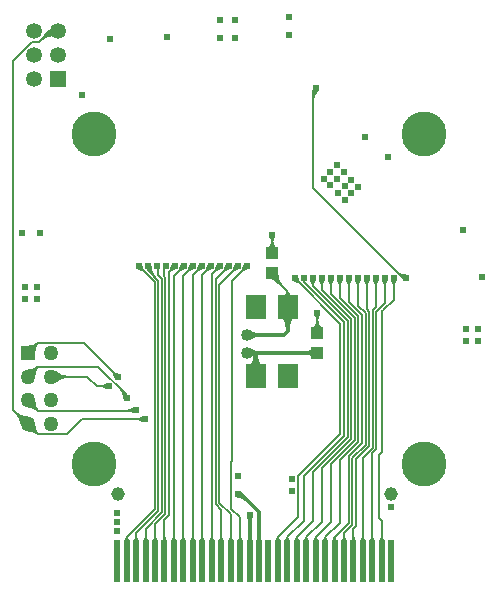
<source format=gbl>
%FSLAX24Y24*%
%MOIN*%
G70*
G01*
G75*
G04 Layer_Physical_Order=4*
G04 Layer_Color=16711680*
%ADD10C,0.0140*%
%ADD11C,0.0060*%
%ADD12C,0.0100*%
%ADD13C,0.0160*%
G04:AMPARAMS|DCode=14|XSize=39.4mil|YSize=43.3mil|CornerRadius=0mil|HoleSize=0mil|Usage=FLASHONLY|Rotation=45.000|XOffset=0mil|YOffset=0mil|HoleType=Round|Shape=Rectangle|*
%AMROTATEDRECTD14*
4,1,4,0.0014,-0.0292,-0.0292,0.0014,-0.0014,0.0292,0.0292,-0.0014,0.0014,-0.0292,0.0*
%
%ADD14ROTATEDRECTD14*%

%ADD15R,0.0433X0.0394*%
%ADD16R,0.0394X0.0433*%
G04:AMPARAMS|DCode=17|XSize=31.5mil|YSize=74.8mil|CornerRadius=0mil|HoleSize=0mil|Usage=FLASHONLY|Rotation=45.000|XOffset=0mil|YOffset=0mil|HoleType=Round|Shape=Round|*
%AMOVALD17*
21,1,0.0433,0.0315,0.0000,0.0000,135.0*
1,1,0.0315,0.0153,-0.0153*
1,1,0.0315,-0.0153,0.0153*
%
%ADD17OVALD17*%

G04:AMPARAMS|DCode=18|XSize=31.5mil|YSize=74.8mil|CornerRadius=0mil|HoleSize=0mil|Usage=FLASHONLY|Rotation=135.000|XOffset=0mil|YOffset=0mil|HoleType=Round|Shape=Round|*
%AMOVALD18*
21,1,0.0433,0.0315,0.0000,0.0000,225.0*
1,1,0.0315,0.0153,0.0153*
1,1,0.0315,-0.0153,-0.0153*
%
%ADD18OVALD18*%

%ADD19R,0.0400X0.1000*%
%ADD20R,0.0197X0.1417*%
%ADD21R,0.0571X0.0276*%
%ADD22C,0.0460*%
%ADD23R,0.0500X0.0500*%
%ADD24C,0.0500*%
%ADD25C,0.0530*%
%ADD26R,0.0530X0.0530*%
%ADD27C,0.0240*%
%ADD28C,0.1500*%
%ADD29C,0.0400*%
%ADD30C,0.0400*%
G04:AMPARAMS|DCode=31|XSize=69mil|YSize=69mil|CornerRadius=0mil|HoleSize=0mil|Usage=FLASHONLY|Rotation=0.000|XOffset=0mil|YOffset=0mil|HoleType=Round|Shape=Relief|Width=8mil|Gap=10mil|Entries=4|*
%AMTHD31*
7,0,0,0.0690,0.0490,0.0080,45*
%
%ADD31THD31*%
%ADD32C,0.0570*%
G04:AMPARAMS|DCode=33|XSize=72.992mil|YSize=72.992mil|CornerRadius=0mil|HoleSize=0mil|Usage=FLASHONLY|Rotation=0.000|XOffset=0mil|YOffset=0mil|HoleType=Round|Shape=Relief|Width=8mil|Gap=10mil|Entries=4|*
%AMTHD33*
7,0,0,0.0730,0.0530,0.0080,45*
%
%ADD33THD33*%
%ADD34C,0.0594*%
G04:AMPARAMS|DCode=35|XSize=75.433mil|YSize=75.433mil|CornerRadius=0mil|HoleSize=0mil|Usage=FLASHONLY|Rotation=0.000|XOffset=0mil|YOffset=0mil|HoleType=Round|Shape=Relief|Width=8mil|Gap=10mil|Entries=4|*
%AMTHD35*
7,0,0,0.0754,0.0554,0.0080,45*
%
%ADD35THD35*%
%ADD36C,0.0320*%
%ADD37C,0.0440*%
%ADD38R,0.0669X0.0827*%
D10*
X5192Y4392D02*
G03*
X5414Y4300I222J222D01*
G01*
D02*
G03*
X5192Y4208I0J-314D01*
G01*
X5214Y3800D02*
G03*
X5400Y3715I186J161D01*
G01*
D02*
G03*
X5214Y3630I0J-247D01*
G01*
X5228Y-1743D02*
G03*
X5193Y-1828I85J-85D01*
G01*
D02*
G03*
X5157Y-1743I-121J0D01*
G01*
X5056Y-1156D02*
G03*
X4800Y-1050I-256J-256D01*
G01*
X6650Y4984D02*
G03*
X6463Y4532I452J-452D01*
G01*
D02*
G03*
X6276Y4984I-639J0D01*
G01*
X5213Y3193D02*
G03*
X5400Y3645I-452J452D01*
G01*
D02*
G03*
X5587Y3193I639J0D01*
G01*
X7360Y3626D02*
G03*
X7144Y3715I-217J-217D01*
G01*
D02*
G03*
X7360Y3805I0J306D01*
G01*
X5192Y4392D02*
G03*
X5414Y4300I222J222D01*
G01*
D02*
G03*
X5192Y4208I0J-314D01*
G01*
X5214Y3800D02*
G03*
X5400Y3715I186J161D01*
G01*
D02*
G03*
X5214Y3630I0J-247D01*
G01*
X5228Y-1743D02*
G03*
X5193Y-1828I85J-85D01*
G01*
D02*
G03*
X5157Y-1743I-121J0D01*
G01*
X5056Y-1156D02*
G03*
X4800Y-1050I-256J-256D01*
G01*
X6650Y4984D02*
G03*
X6463Y4532I452J-452D01*
G01*
D02*
G03*
X6276Y4984I-639J0D01*
G01*
X5213Y3193D02*
G03*
X5400Y3645I-452J452D01*
G01*
D02*
G03*
X5587Y3193I639J0D01*
G01*
X7360Y3626D02*
G03*
X7144Y3715I-217J-217D01*
G01*
D02*
G03*
X7360Y3805I0J306D01*
G01*
X5193Y-1828D02*
G03*
X5157Y-1743I-121J0D01*
G01*
X5228D02*
G03*
X5193Y-1828I85J-85D01*
G01*
X5056Y-1156D02*
G03*
X4800Y-1050I-256J-256D01*
G01*
X6463Y4532D02*
G03*
X6276Y4984I-639J0D01*
G01*
X6650D02*
G03*
X6463Y4532I452J-452D01*
G01*
X5400Y3645D02*
G03*
X5587Y3193I639J0D01*
G01*
X5213D02*
G03*
X5400Y3645I-452J452D01*
G01*
X7144Y3715D02*
G03*
X7360Y3805I0J306D01*
G01*
Y3626D02*
G03*
X7144Y3715I-217J-217D01*
G01*
X5414Y4300D02*
G03*
X5192Y4208I0J-314D01*
G01*
Y4392D02*
G03*
X5414Y4300I222J222D01*
G01*
X5400Y3715D02*
G03*
X5214Y3630I0J-247D01*
G01*
Y3800D02*
G03*
X5400Y3715I186J161D01*
G01*
X5193Y-1828D02*
G03*
X5157Y-1743I-121J0D01*
G01*
X5228D02*
G03*
X5193Y-1828I85J-85D01*
G01*
X5056Y-1156D02*
G03*
X4800Y-1050I-256J-256D01*
G01*
X5193Y-3213D02*
Y-1707D01*
X4800Y-1000D02*
X4900D01*
X5507Y-1607D01*
Y-3213D02*
Y-1607D01*
X5400Y3715D02*
X7450D01*
X6463Y4437D02*
Y5250D01*
X6326Y4300D02*
X6463Y4437D01*
X5100Y4300D02*
X6326D01*
X5400Y2927D02*
Y3715D01*
X5115D02*
X5400D01*
D11*
X1590Y6600D02*
G03*
X1654Y6446I217J0D01*
G01*
X1654Y6446D02*
G03*
X1500Y6510I-154J-154D01*
G01*
X2700D02*
G03*
X2546Y6446I0J-217D01*
G01*
X2546Y6446D02*
G03*
X2610Y6600I-154J154D01*
G01*
X3000Y6510D02*
G03*
X2846Y6446I0J-217D01*
G01*
X2846Y6446D02*
G03*
X2910Y6600I-154J154D01*
G01*
X3300Y6510D02*
G03*
X3146Y6446I0J-217D01*
G01*
X3146Y6446D02*
G03*
X3210Y6600I-154J154D01*
G01*
X3600Y6510D02*
G03*
X3446Y6446I0J-217D01*
G01*
X3446Y6446D02*
G03*
X3510Y6600I-154J154D01*
G01*
X3900Y6510D02*
G03*
X3746Y6446I0J-217D01*
G01*
X3746Y6446D02*
G03*
X3810Y6600I-154J154D01*
G01*
X4200Y6510D02*
G03*
X4046Y6446I0J-217D01*
G01*
X4046Y6446D02*
G03*
X4110Y6600I-154J154D01*
G01*
X4500Y6510D02*
G03*
X4346Y6446I0J-217D01*
G01*
X4346Y6446D02*
G03*
X4410Y6600I-154J154D01*
G01*
X4800Y6510D02*
G03*
X4646Y6446I0J-217D01*
G01*
X4646Y6446D02*
G03*
X4710Y6600I-154J154D01*
G01*
X5100Y6510D02*
G03*
X4946Y6446I0J-217D01*
G01*
X4946Y6446D02*
G03*
X5010Y6600I-154J154D01*
G01*
X6790Y6200D02*
G03*
X6854Y6046I217J0D01*
G01*
X6854Y6046D02*
G03*
X6700Y6110I-154J-154D01*
G01*
X7364Y6136D02*
G03*
X7300Y5983I154J-154D01*
G01*
D02*
G03*
X7236Y6136I-217J0D01*
G01*
X7664D02*
G03*
X7600Y5983I154J-154D01*
G01*
D02*
G03*
X7536Y6136I-217J0D01*
G01*
X7964D02*
G03*
X7900Y5983I154J-154D01*
G01*
D02*
G03*
X7836Y6136I-217J0D01*
G01*
X8264D02*
G03*
X8200Y5983I154J-154D01*
G01*
D02*
G03*
X8136Y6136I-217J0D01*
G01*
X8564D02*
G03*
X8500Y5983I154J-154D01*
G01*
D02*
G03*
X8436Y6136I-217J0D01*
G01*
X8864D02*
G03*
X8800Y5983I154J-154D01*
G01*
D02*
G03*
X8736Y6136I-217J0D01*
G01*
X9164D02*
G03*
X9100Y5983I154J-154D01*
G01*
D02*
G03*
X9036Y6136I-217J0D01*
G01*
X9464D02*
G03*
X9400Y5983I154J-154D01*
G01*
D02*
G03*
X9336Y6136I-217J0D01*
G01*
X9764D02*
G03*
X9700Y5983I154J-154D01*
G01*
D02*
G03*
X9636Y6136I-217J0D01*
G01*
X10064D02*
G03*
X10000Y5983I154J-154D01*
G01*
D02*
G03*
X9936Y6136I-217J0D01*
G01*
X436Y2536D02*
G03*
X283Y2600I-154J-154D01*
G01*
D02*
G03*
X436Y2664I0J217D01*
G01*
X1636Y1436D02*
G03*
X1483Y1500I-154J-154D01*
G01*
D02*
G03*
X1636Y1564I0J217D01*
G01*
X1336Y1736D02*
G03*
X1218Y1785I-118J-118D01*
G01*
X1147D02*
G03*
X1336Y1864I0J268D01*
G01*
X1130Y2200D02*
G03*
X1081Y2319I-169J0D01*
G01*
X1070Y2200D02*
G03*
X978Y2422I-314J0D01*
G01*
X1010Y2200D02*
G03*
X876Y2524I-459J0D01*
G01*
X710Y2900D02*
G03*
X646Y3054I-217J0D01*
G01*
X646Y3054D02*
G03*
X800Y2990I154J154D01*
G01*
X7514Y4986D02*
G03*
X7450Y4833I154J-154D01*
G01*
D02*
G03*
X7386Y4986I-217J0D01*
G01*
X6014Y7586D02*
G03*
X5950Y7433I154J-154D01*
G01*
D02*
G03*
X5886Y7586I-217J0D01*
G01*
X7379Y12548D02*
G03*
X7300Y12358I190J-190D01*
G01*
X7421Y12506D02*
G03*
X7300Y12213I293J-293D01*
G01*
X7464Y12463D02*
G03*
X7300Y12068I395J-395D01*
G01*
X10280Y6219D02*
G03*
X10400Y6170I120J120D01*
G01*
X10178Y6322D02*
G03*
X10400Y6230I222J222D01*
G01*
X10076Y6424D02*
G03*
X10400Y6290I324J324D01*
G01*
X1770Y6600D02*
G03*
X1841Y6429I242J0D01*
G01*
X1830Y6600D02*
G03*
X1943Y6326I387J0D01*
G01*
X1890Y6600D02*
G03*
X2046Y6224I532J0D01*
G01*
X6376Y5621D02*
G03*
X6463Y5737I-35J116D01*
G01*
D02*
G03*
X6550Y5621I121J0D01*
G01*
X1050Y-2553D02*
G03*
X1098Y-2440I-111J113D01*
G01*
D02*
G03*
X1146Y-2553I158J0D01*
G01*
X1680Y-2554D02*
G03*
X1728Y-2437I-117J117D01*
G01*
D02*
G03*
X1776Y-2554I165J0D01*
G01*
X1365D02*
G03*
X1413Y-2437I-117J117D01*
G01*
D02*
G03*
X1461Y-2554I165J0D01*
G01*
X1995D02*
G03*
X2043Y-2437I-117J117D01*
G01*
D02*
G03*
X2091Y-2554I165J0D01*
G01*
X9554D02*
G03*
X9602Y-2437I-117J117D01*
G01*
D02*
G03*
X9650Y-2554I165J0D01*
G01*
X8924D02*
G03*
X8972Y-2437I-117J117D01*
G01*
D02*
G03*
X9020Y-2554I165J0D01*
G01*
X9239D02*
G03*
X9287Y-2437I-117J117D01*
G01*
D02*
G03*
X9335Y-2554I165J0D01*
G01*
X8294D02*
G03*
X8342Y-2437I-117J117D01*
G01*
D02*
G03*
X8391Y-2554I165J0D01*
G01*
X8609D02*
G03*
X8657Y-2437I-117J117D01*
G01*
D02*
G03*
X8705Y-2554I165J0D01*
G01*
X7979Y-2553D02*
G03*
X8027Y-2440I-111J113D01*
G01*
D02*
G03*
X8075Y-2553I158J0D01*
G01*
X6405D02*
G03*
X6452Y-2440I-111J113D01*
G01*
D02*
G03*
X6500Y-2553I158J0D01*
G01*
X6090D02*
G03*
X6137Y-2440I-111J113D01*
G01*
D02*
G03*
X6185Y-2553I158J0D01*
G01*
X7035D02*
G03*
X7082Y-2440I-111J113D01*
G01*
D02*
G03*
X7130Y-2553I158J0D01*
G01*
X6720D02*
G03*
X6767Y-2440I-111J113D01*
G01*
D02*
G03*
X6815Y-2553I158J0D01*
G01*
X7349D02*
G03*
X7397Y-2440I-111J113D01*
G01*
D02*
G03*
X7445Y-2553I158J0D01*
G01*
X7664D02*
G03*
X7712Y-2440I-111J113D01*
G01*
D02*
G03*
X7760Y-2553I158J0D01*
G01*
X4514Y-2554D02*
G03*
X4563Y-2437I-117J117D01*
G01*
D02*
G03*
X4611Y-2554I165J0D01*
G01*
X4199D02*
G03*
X4248Y-2437I-117J117D01*
G01*
D02*
G03*
X4296Y-2554I165J0D01*
G01*
X4829D02*
G03*
X4878Y-2437I-117J117D01*
G01*
D02*
G03*
X4926Y-2554I165J0D01*
G01*
X2624D02*
G03*
X2673Y-2437I-117J117D01*
G01*
D02*
G03*
X2721Y-2554I165J0D01*
G01*
X2309D02*
G03*
X2358Y-2437I-117J117D01*
G01*
D02*
G03*
X2406Y-2554I165J0D01*
G01*
X3254D02*
G03*
X3303Y-2437I-117J117D01*
G01*
D02*
G03*
X3351Y-2554I165J0D01*
G01*
X2939D02*
G03*
X2988Y-2437I-117J117D01*
G01*
D02*
G03*
X3036Y-2554I165J0D01*
G01*
X3569D02*
G03*
X3618Y-2437I-117J117D01*
G01*
D02*
G03*
X3666Y-2554I165J0D01*
G01*
X3884D02*
G03*
X3933Y-2437I-117J117D01*
G01*
D02*
G03*
X3981Y-2554I165J0D01*
G01*
X5997Y6346D02*
G03*
X6098Y6102I344J0D01*
G01*
X6057Y6346D02*
G03*
X6200Y6000I489J0D01*
G01*
X6117Y6346D02*
G03*
X6302Y5898I634J0D01*
G01*
X6072Y6129D02*
G03*
X5950Y6179I-121J-121D01*
G01*
X5874Y7130D02*
G03*
X5950Y7312I-182J182D01*
G01*
X5832Y7172D02*
G03*
X5950Y7457I-285J285D01*
G01*
Y7312D02*
G03*
X6026Y7130I258J0D01*
G01*
X5950Y7457D02*
G03*
X6068Y7172I403J0D01*
G01*
X7374Y4480D02*
G03*
X7450Y4662I-182J182D01*
G01*
X7332Y4522D02*
G03*
X7450Y4807I-285J285D01*
G01*
Y4662D02*
G03*
X7526Y4480I258J0D01*
G01*
X7450Y4807D02*
G03*
X7568Y4522I403J0D01*
G01*
X-1193Y14489D02*
G03*
X-1543Y14367I-48J-425D01*
G01*
X-1199Y14430D02*
G03*
X-1631Y14279I-60J-523D01*
G01*
X-1206Y14370D02*
G03*
X-1719Y14191I-71J-621D01*
G01*
X-1213Y14311D02*
G03*
X-1807Y14103I-82J-720D01*
G01*
X-2360Y1338D02*
G03*
X-2446Y1546I-295J0D01*
G01*
X-2420Y1338D02*
G03*
X-2549Y1649I-440J0D01*
G01*
X-2435Y1535D02*
G03*
X-2200Y1438I235J235D01*
G01*
X-2538Y1638D02*
G03*
X-2200Y1498I338J338D01*
G01*
X-2640Y1740D02*
G03*
X-2200Y1558I440J440D01*
G01*
X-2040Y1326D02*
G03*
X-1953Y1091I301J-22D01*
G01*
X-1981Y1322D02*
G03*
X-1860Y998I414J-30D01*
G01*
X-1953Y1091D02*
G03*
X-2188Y1178I-214J-214D01*
G01*
X-1860Y998D02*
G03*
X-2184Y1118I-294J-294D01*
G01*
X-2040Y2114D02*
G03*
X-1953Y1878I301J-22D01*
G01*
X-1981Y2109D02*
G03*
X-1860Y1785I414J-30D01*
G01*
X-1953Y1878D02*
G03*
X-2188Y1966I-214J-214D01*
G01*
X-1860Y1785D02*
G03*
X-2184Y1906I-294J-294D01*
G01*
X-1299Y3026D02*
G03*
X-1026Y2913I273J273D01*
G01*
X-1257Y3068D02*
G03*
X-881Y2913I376J376D01*
G01*
X-1026D02*
G03*
X-1299Y2799I0J-386D01*
G01*
X-881Y2913D02*
G03*
X-1257Y2757I0J-531D01*
G01*
X-2188Y3072D02*
G03*
X-1953Y3160I22J301D01*
G01*
X-2184Y3132D02*
G03*
X-1860Y3253I30J414D01*
G01*
X-1953Y3160D02*
G03*
X-2040Y2924I214J-214D01*
G01*
X-1860Y3253D02*
G03*
X-1981Y2929I294J-294D01*
G01*
X-2188Y3860D02*
G03*
X-1953Y3947I22J301D01*
G01*
X-2184Y3919D02*
G03*
X-1860Y4040I30J414D01*
G01*
X-1953Y3947D02*
G03*
X-2040Y3712I214J-214D01*
G01*
X-1860Y4040D02*
G03*
X-1981Y3716I294J-294D01*
G01*
X1590Y6600D02*
G03*
X1654Y6446I217J0D01*
G01*
X1654Y6446D02*
G03*
X1500Y6510I-154J-154D01*
G01*
X1770Y6600D02*
G03*
X1841Y6429I242J0D01*
G01*
X1830Y6600D02*
G03*
X1943Y6326I387J0D01*
G01*
X1890Y6600D02*
G03*
X2046Y6224I532J0D01*
G01*
X2700Y6510D02*
G03*
X2546Y6446I0J-217D01*
G01*
X2546Y6446D02*
G03*
X2610Y6600I-154J154D01*
G01*
X3000Y6510D02*
G03*
X2846Y6446I0J-217D01*
G01*
X2846Y6446D02*
G03*
X2910Y6600I-154J154D01*
G01*
X3300Y6510D02*
G03*
X3146Y6446I0J-217D01*
G01*
X3146Y6446D02*
G03*
X3210Y6600I-154J154D01*
G01*
X3600Y6510D02*
G03*
X3446Y6446I0J-217D01*
G01*
X3446Y6446D02*
G03*
X3510Y6600I-154J154D01*
G01*
X3900Y6510D02*
G03*
X3746Y6446I0J-217D01*
G01*
X3746Y6446D02*
G03*
X3810Y6600I-154J154D01*
G01*
X4200Y6510D02*
G03*
X4046Y6446I0J-217D01*
G01*
X4046Y6446D02*
G03*
X4110Y6600I-154J154D01*
G01*
X4500Y6510D02*
G03*
X4346Y6446I0J-217D01*
G01*
X4346Y6446D02*
G03*
X4410Y6600I-154J154D01*
G01*
X4800Y6510D02*
G03*
X4646Y6446I0J-217D01*
G01*
X4646Y6446D02*
G03*
X4710Y6600I-154J154D01*
G01*
X5100Y6510D02*
G03*
X4946Y6446I0J-217D01*
G01*
X4946Y6446D02*
G03*
X5010Y6600I-154J154D01*
G01*
X6790Y6200D02*
G03*
X6854Y6046I217J0D01*
G01*
X6854Y6046D02*
G03*
X6700Y6110I-154J-154D01*
G01*
X7364Y6136D02*
G03*
X7300Y5983I154J-154D01*
G01*
D02*
G03*
X7236Y6136I-217J0D01*
G01*
X7664D02*
G03*
X7600Y5983I154J-154D01*
G01*
D02*
G03*
X7536Y6136I-217J0D01*
G01*
X7964D02*
G03*
X7900Y5983I154J-154D01*
G01*
D02*
G03*
X7836Y6136I-217J0D01*
G01*
X8264D02*
G03*
X8200Y5983I154J-154D01*
G01*
D02*
G03*
X8136Y6136I-217J0D01*
G01*
X8564D02*
G03*
X8500Y5983I154J-154D01*
G01*
D02*
G03*
X8436Y6136I-217J0D01*
G01*
X8864D02*
G03*
X8800Y5983I154J-154D01*
G01*
D02*
G03*
X8736Y6136I-217J0D01*
G01*
X9164D02*
G03*
X9100Y5983I154J-154D01*
G01*
D02*
G03*
X9036Y6136I-217J0D01*
G01*
X9464D02*
G03*
X9400Y5983I154J-154D01*
G01*
D02*
G03*
X9336Y6136I-217J0D01*
G01*
X9764D02*
G03*
X9700Y5983I154J-154D01*
G01*
D02*
G03*
X9636Y6136I-217J0D01*
G01*
X10064D02*
G03*
X10000Y5983I154J-154D01*
G01*
D02*
G03*
X9936Y6136I-217J0D01*
G01*
X436Y2536D02*
G03*
X283Y2600I-154J-154D01*
G01*
D02*
G03*
X436Y2664I0J217D01*
G01*
X1636Y1436D02*
G03*
X1483Y1500I-154J-154D01*
G01*
D02*
G03*
X1636Y1564I0J217D01*
G01*
X1336Y1736D02*
G03*
X1218Y1785I-118J-118D01*
G01*
X1147D02*
G03*
X1336Y1864I0J268D01*
G01*
X1130Y2200D02*
G03*
X1081Y2319I-169J0D01*
G01*
X1070Y2200D02*
G03*
X978Y2422I-314J0D01*
G01*
X1010Y2200D02*
G03*
X876Y2524I-459J0D01*
G01*
X710Y2900D02*
G03*
X646Y3054I-217J0D01*
G01*
X646Y3054D02*
G03*
X800Y2990I154J154D01*
G01*
X7514Y4986D02*
G03*
X7450Y4833I154J-154D01*
G01*
D02*
G03*
X7386Y4986I-217J0D01*
G01*
X6014Y7586D02*
G03*
X5950Y7433I154J-154D01*
G01*
D02*
G03*
X5886Y7586I-217J0D01*
G01*
X10280Y6219D02*
G03*
X10400Y6170I120J120D01*
G01*
X10178Y6322D02*
G03*
X10400Y6230I222J222D01*
G01*
X10076Y6424D02*
G03*
X10400Y6290I324J324D01*
G01*
X6376Y5621D02*
G03*
X6463Y5737I-35J116D01*
G01*
D02*
G03*
X6550Y5621I121J0D01*
G01*
X1050Y-2553D02*
G03*
X1098Y-2440I-111J113D01*
G01*
D02*
G03*
X1146Y-2553I158J0D01*
G01*
X1680Y-2554D02*
G03*
X1728Y-2437I-117J117D01*
G01*
D02*
G03*
X1776Y-2554I165J0D01*
G01*
X1365D02*
G03*
X1413Y-2437I-117J117D01*
G01*
D02*
G03*
X1461Y-2554I165J0D01*
G01*
X1995D02*
G03*
X2043Y-2437I-117J117D01*
G01*
D02*
G03*
X2091Y-2554I165J0D01*
G01*
X9554D02*
G03*
X9602Y-2437I-117J117D01*
G01*
D02*
G03*
X9650Y-2554I165J0D01*
G01*
X8924D02*
G03*
X8972Y-2437I-117J117D01*
G01*
D02*
G03*
X9020Y-2554I165J0D01*
G01*
X9239D02*
G03*
X9287Y-2437I-117J117D01*
G01*
D02*
G03*
X9335Y-2554I165J0D01*
G01*
X8294D02*
G03*
X8342Y-2437I-117J117D01*
G01*
D02*
G03*
X8391Y-2554I165J0D01*
G01*
X8609D02*
G03*
X8657Y-2437I-117J117D01*
G01*
D02*
G03*
X8705Y-2554I165J0D01*
G01*
X7979Y-2553D02*
G03*
X8027Y-2440I-111J113D01*
G01*
D02*
G03*
X8075Y-2553I158J0D01*
G01*
X6405D02*
G03*
X6452Y-2440I-111J113D01*
G01*
D02*
G03*
X6500Y-2553I158J0D01*
G01*
X6090D02*
G03*
X6137Y-2440I-111J113D01*
G01*
D02*
G03*
X6185Y-2553I158J0D01*
G01*
X7035D02*
G03*
X7082Y-2440I-111J113D01*
G01*
D02*
G03*
X7130Y-2553I158J0D01*
G01*
X6720D02*
G03*
X6767Y-2440I-111J113D01*
G01*
D02*
G03*
X6815Y-2553I158J0D01*
G01*
X7349D02*
G03*
X7397Y-2440I-111J113D01*
G01*
D02*
G03*
X7445Y-2553I158J0D01*
G01*
X7664D02*
G03*
X7712Y-2440I-111J113D01*
G01*
D02*
G03*
X7760Y-2553I158J0D01*
G01*
X4514Y-2554D02*
G03*
X4563Y-2437I-117J117D01*
G01*
D02*
G03*
X4611Y-2554I165J0D01*
G01*
X4199D02*
G03*
X4248Y-2437I-117J117D01*
G01*
D02*
G03*
X4296Y-2554I165J0D01*
G01*
X4829D02*
G03*
X4878Y-2437I-117J117D01*
G01*
D02*
G03*
X4926Y-2554I165J0D01*
G01*
X2624D02*
G03*
X2673Y-2437I-117J117D01*
G01*
D02*
G03*
X2721Y-2554I165J0D01*
G01*
X2309D02*
G03*
X2358Y-2437I-117J117D01*
G01*
D02*
G03*
X2406Y-2554I165J0D01*
G01*
X3254D02*
G03*
X3303Y-2437I-117J117D01*
G01*
D02*
G03*
X3351Y-2554I165J0D01*
G01*
X2939D02*
G03*
X2988Y-2437I-117J117D01*
G01*
D02*
G03*
X3036Y-2554I165J0D01*
G01*
X3569D02*
G03*
X3618Y-2437I-117J117D01*
G01*
D02*
G03*
X3666Y-2554I165J0D01*
G01*
X3884D02*
G03*
X3933Y-2437I-117J117D01*
G01*
D02*
G03*
X3981Y-2554I165J0D01*
G01*
X5997Y6346D02*
G03*
X6098Y6102I344J0D01*
G01*
X6057Y6346D02*
G03*
X6200Y6000I489J0D01*
G01*
X6117Y6346D02*
G03*
X6302Y5898I634J0D01*
G01*
X6072Y6129D02*
G03*
X5950Y6179I-121J-121D01*
G01*
X5874Y7130D02*
G03*
X5950Y7312I-182J182D01*
G01*
X5832Y7172D02*
G03*
X5950Y7457I-285J285D01*
G01*
Y7312D02*
G03*
X6026Y7130I258J0D01*
G01*
X5950Y7457D02*
G03*
X6068Y7172I403J0D01*
G01*
X7374Y4480D02*
G03*
X7450Y4662I-182J182D01*
G01*
X7332Y4522D02*
G03*
X7450Y4807I-285J285D01*
G01*
Y4662D02*
G03*
X7526Y4480I258J0D01*
G01*
X7450Y4807D02*
G03*
X7568Y4522I403J0D01*
G01*
X-1193Y14489D02*
G03*
X-1543Y14367I-48J-425D01*
G01*
X-1199Y14430D02*
G03*
X-1631Y14279I-60J-523D01*
G01*
X-1206Y14370D02*
G03*
X-1719Y14191I-71J-621D01*
G01*
X-1213Y14311D02*
G03*
X-1807Y14103I-82J-720D01*
G01*
X-2360Y1338D02*
G03*
X-2446Y1546I-295J0D01*
G01*
X-2420Y1338D02*
G03*
X-2549Y1649I-440J0D01*
G01*
X-2435Y1535D02*
G03*
X-2200Y1438I235J235D01*
G01*
X-2538Y1638D02*
G03*
X-2200Y1498I338J338D01*
G01*
X-2640Y1740D02*
G03*
X-2200Y1558I440J440D01*
G01*
X-2040Y1326D02*
G03*
X-1953Y1091I301J-22D01*
G01*
X-1981Y1322D02*
G03*
X-1860Y998I414J-30D01*
G01*
X-1953Y1091D02*
G03*
X-2188Y1178I-214J-214D01*
G01*
X-1860Y998D02*
G03*
X-2184Y1118I-294J-294D01*
G01*
X-2040Y2114D02*
G03*
X-1953Y1878I301J-22D01*
G01*
X-1981Y2109D02*
G03*
X-1860Y1785I414J-30D01*
G01*
X-1953Y1878D02*
G03*
X-2188Y1966I-214J-214D01*
G01*
X-1860Y1785D02*
G03*
X-2184Y1906I-294J-294D01*
G01*
X-1299Y3026D02*
G03*
X-1026Y2913I273J273D01*
G01*
X-1257Y3068D02*
G03*
X-881Y2913I376J376D01*
G01*
X-1026D02*
G03*
X-1299Y2799I0J-386D01*
G01*
X-881Y2913D02*
G03*
X-1257Y2757I0J-531D01*
G01*
X-2188Y3072D02*
G03*
X-1953Y3160I22J301D01*
G01*
X-2184Y3132D02*
G03*
X-1860Y3253I30J414D01*
G01*
X-1953Y3160D02*
G03*
X-2040Y2924I214J-214D01*
G01*
X-1860Y3253D02*
G03*
X-1981Y2929I294J-294D01*
G01*
X-2188Y3860D02*
G03*
X-1953Y3947I22J301D01*
G01*
X-2184Y3919D02*
G03*
X-1860Y4040I30J414D01*
G01*
X-1953Y3947D02*
G03*
X-2040Y3712I214J-214D01*
G01*
X-1860Y4040D02*
G03*
X-1981Y3716I294J-294D01*
G01*
X-2360Y1338D02*
G03*
X-2446Y1546I-295J0D01*
G01*
X-2420Y1338D02*
G03*
X-2549Y1649I-440J0D01*
G01*
X-2435Y1535D02*
G03*
X-2200Y1438I235J235D01*
G01*
X-2538Y1638D02*
G03*
X-2200Y1498I338J338D01*
G01*
X-2640Y1740D02*
G03*
X-2200Y1558I440J440D01*
G01*
X-2040Y1326D02*
G03*
X-1953Y1091I301J-22D01*
G01*
D02*
G03*
X-2188Y1178I-214J-214D01*
G01*
X-2040Y2114D02*
G03*
X-1953Y1878I301J-22D01*
G01*
D02*
G03*
X-2188Y1966I-214J-214D01*
G01*
Y3072D02*
G03*
X-1953Y3160I22J301D01*
G01*
D02*
G03*
X-2040Y2924I214J-214D01*
G01*
X-2188Y3860D02*
G03*
X-1953Y3947I22J301D01*
G01*
D02*
G03*
X-2040Y3712I214J-214D01*
G01*
X-1213Y14311D02*
G03*
X-1807Y14103I-82J-720D01*
G01*
X-1206Y14370D02*
G03*
X-1719Y14191I-71J-621D01*
G01*
X-1199Y14430D02*
G03*
X-1631Y14279I-60J-523D01*
G01*
X-1193Y14489D02*
G03*
X-1543Y14367I-48J-425D01*
G01*
X-881Y2913D02*
G03*
X-1257Y2757I0J-531D01*
G01*
X-1026Y2913D02*
G03*
X-1299Y2799I0J-386D01*
G01*
X-1257Y3068D02*
G03*
X-881Y2913I376J376D01*
G01*
X-1299Y3026D02*
G03*
X-1026Y2913I273J273D01*
G01*
X1728Y-2437D02*
G03*
X1776Y-2554I165J0D01*
G01*
X1680D02*
G03*
X1728Y-2437I-117J117D01*
G01*
X1413D02*
G03*
X1461Y-2554I165J0D01*
G01*
X1365D02*
G03*
X1413Y-2437I-117J117D01*
G01*
X2043D02*
G03*
X2091Y-2554I165J0D01*
G01*
X1995D02*
G03*
X2043Y-2437I-117J117D01*
G01*
X9602D02*
G03*
X9650Y-2554I165J0D01*
G01*
X9554D02*
G03*
X9602Y-2437I-117J117D01*
G01*
X8972D02*
G03*
X9020Y-2554I165J0D01*
G01*
X8924D02*
G03*
X8972Y-2437I-117J117D01*
G01*
X9287D02*
G03*
X9335Y-2554I165J0D01*
G01*
X9239D02*
G03*
X9287Y-2437I-117J117D01*
G01*
X8342D02*
G03*
X8391Y-2554I165J0D01*
G01*
X8294D02*
G03*
X8342Y-2437I-117J117D01*
G01*
X8657D02*
G03*
X8705Y-2554I165J0D01*
G01*
X8609D02*
G03*
X8657Y-2437I-117J117D01*
G01*
X4563D02*
G03*
X4611Y-2554I165J0D01*
G01*
X4514D02*
G03*
X4563Y-2437I-117J117D01*
G01*
X4248D02*
G03*
X4296Y-2554I165J0D01*
G01*
X4199D02*
G03*
X4248Y-2437I-117J117D01*
G01*
X4878D02*
G03*
X4926Y-2554I165J0D01*
G01*
X4829D02*
G03*
X4878Y-2437I-117J117D01*
G01*
X2673D02*
G03*
X2721Y-2554I165J0D01*
G01*
X2624D02*
G03*
X2673Y-2437I-117J117D01*
G01*
X2358D02*
G03*
X2406Y-2554I165J0D01*
G01*
X2309D02*
G03*
X2358Y-2437I-117J117D01*
G01*
X3303D02*
G03*
X3351Y-2554I165J0D01*
G01*
X3254D02*
G03*
X3303Y-2437I-117J117D01*
G01*
X2988D02*
G03*
X3036Y-2554I165J0D01*
G01*
X2939D02*
G03*
X2988Y-2437I-117J117D01*
G01*
X3618D02*
G03*
X3666Y-2554I165J0D01*
G01*
X3569D02*
G03*
X3618Y-2437I-117J117D01*
G01*
X3933D02*
G03*
X3981Y-2554I165J0D01*
G01*
X3884D02*
G03*
X3933Y-2437I-117J117D01*
G01*
X5950Y7457D02*
G03*
X6068Y7172I403J0D01*
G01*
X5950Y7312D02*
G03*
X6026Y7130I258J0D01*
G01*
X5832Y7172D02*
G03*
X5950Y7457I-285J285D01*
G01*
X5874Y7130D02*
G03*
X5950Y7312I-182J182D01*
G01*
X7450Y4807D02*
G03*
X7568Y4522I403J0D01*
G01*
X7450Y4662D02*
G03*
X7526Y4480I258J0D01*
G01*
X7332Y4522D02*
G03*
X7450Y4807I-285J285D01*
G01*
X7374Y4480D02*
G03*
X7450Y4662I-182J182D01*
G01*
Y4833D02*
G03*
X7386Y4986I-217J0D01*
G01*
X7514D02*
G03*
X7450Y4833I154J-154D01*
G01*
X5950Y7433D02*
G03*
X5886Y7586I-217J0D01*
G01*
X6014D02*
G03*
X5950Y7433I154J-154D01*
G01*
X-2184Y3919D02*
G03*
X-1860Y4040I30J414D01*
G01*
D02*
G03*
X-1981Y3716I294J-294D01*
G01*
X646Y3054D02*
G03*
X800Y2990I154J154D01*
G01*
X710Y2900D02*
G03*
X646Y3054I-217J0D01*
G01*
X-2184Y3132D02*
G03*
X-1860Y3253I30J414D01*
G01*
D02*
G03*
X-1981Y2929I294J-294D01*
G01*
X1130Y2200D02*
G03*
X1081Y2319I-169J0D01*
G01*
X1010Y2200D02*
G03*
X876Y2524I-459J0D01*
G01*
X1070Y2200D02*
G03*
X978Y2422I-314J0D01*
G01*
X-1981Y2109D02*
G03*
X-1860Y1785I414J-30D01*
G01*
D02*
G03*
X-2184Y1906I-294J-294D01*
G01*
X1147Y1785D02*
G03*
X1336Y1864I0J268D01*
G01*
Y1736D02*
G03*
X1218Y1785I-118J-118D01*
G01*
X1483Y1500D02*
G03*
X1636Y1564I0J217D01*
G01*
Y1436D02*
G03*
X1483Y1500I-154J-154D01*
G01*
X-1981Y1322D02*
G03*
X-1860Y998I414J-30D01*
G01*
D02*
G03*
X-2184Y1118I-294J-294D01*
G01*
X283Y2600D02*
G03*
X436Y2664I0J217D01*
G01*
Y2536D02*
G03*
X283Y2600I-154J-154D01*
G01*
X10064Y6136D02*
G03*
X10000Y5983I154J-154D01*
G01*
D02*
G03*
X9936Y6136I-217J0D01*
G01*
X9764D02*
G03*
X9700Y5983I154J-154D01*
G01*
D02*
G03*
X9636Y6136I-217J0D01*
G01*
X9464D02*
G03*
X9400Y5983I154J-154D01*
G01*
D02*
G03*
X9336Y6136I-217J0D01*
G01*
X9164D02*
G03*
X9100Y5983I154J-154D01*
G01*
D02*
G03*
X9036Y6136I-217J0D01*
G01*
X8864D02*
G03*
X8800Y5983I154J-154D01*
G01*
D02*
G03*
X8736Y6136I-217J0D01*
G01*
X8564D02*
G03*
X8500Y5983I154J-154D01*
G01*
D02*
G03*
X8436Y6136I-217J0D01*
G01*
X8027Y-2440D02*
G03*
X8075Y-2553I158J0D01*
G01*
X7979D02*
G03*
X8027Y-2440I-111J113D01*
G01*
X8200Y5983D02*
G03*
X8136Y6136I-217J0D01*
G01*
X8264D02*
G03*
X8200Y5983I154J-154D01*
G01*
X7712Y-2440D02*
G03*
X7760Y-2553I158J0D01*
G01*
X7664D02*
G03*
X7712Y-2440I-111J113D01*
G01*
X7964Y6136D02*
G03*
X7900Y5983I154J-154D01*
G01*
D02*
G03*
X7836Y6136I-217J0D01*
G01*
X7397Y-2440D02*
G03*
X7445Y-2553I158J0D01*
G01*
X7349D02*
G03*
X7397Y-2440I-111J113D01*
G01*
X7600Y5983D02*
G03*
X7536Y6136I-217J0D01*
G01*
X7664D02*
G03*
X7600Y5983I154J-154D01*
G01*
X7082Y-2440D02*
G03*
X7130Y-2553I158J0D01*
G01*
X7035D02*
G03*
X7082Y-2440I-111J113D01*
G01*
X7364Y6136D02*
G03*
X7300Y5983I154J-154D01*
G01*
D02*
G03*
X7236Y6136I-217J0D01*
G01*
X6767Y-2440D02*
G03*
X6815Y-2553I158J0D01*
G01*
X6720D02*
G03*
X6767Y-2440I-111J113D01*
G01*
X6452D02*
G03*
X6500Y-2553I158J0D01*
G01*
X6405D02*
G03*
X6452Y-2440I-111J113D01*
G01*
X6790Y6200D02*
G03*
X6854Y6046I217J0D01*
G01*
X6854Y6046D02*
G03*
X6700Y6110I-154J-154D01*
G01*
X6137Y-2440D02*
G03*
X6185Y-2553I158J0D01*
G01*
X6090D02*
G03*
X6137Y-2440I-111J113D01*
G01*
X4946Y6446D02*
G03*
X5010Y6600I-154J154D01*
G01*
X5100Y6510D02*
G03*
X4946Y6446I0J-217D01*
G01*
X4646Y6446D02*
G03*
X4710Y6600I-154J154D01*
G01*
X4800Y6510D02*
G03*
X4646Y6446I0J-217D01*
G01*
X4500Y6510D02*
G03*
X4346Y6446I0J-217D01*
G01*
X4346Y6446D02*
G03*
X4410Y6600I-154J154D01*
G01*
X4046Y6446D02*
G03*
X4110Y6600I-154J154D01*
G01*
X4200Y6510D02*
G03*
X4046Y6446I0J-217D01*
G01*
X3746Y6446D02*
G03*
X3810Y6600I-154J154D01*
G01*
X3900Y6510D02*
G03*
X3746Y6446I0J-217D01*
G01*
X3600Y6510D02*
G03*
X3446Y6446I0J-217D01*
G01*
X3446Y6446D02*
G03*
X3510Y6600I-154J154D01*
G01*
X3300Y6510D02*
G03*
X3146Y6446I0J-217D01*
G01*
X3146Y6446D02*
G03*
X3210Y6600I-154J154D01*
G01*
X2846Y6446D02*
G03*
X2910Y6600I-154J154D01*
G01*
X3000Y6510D02*
G03*
X2846Y6446I0J-217D01*
G01*
X2546Y6446D02*
G03*
X2610Y6600I-154J154D01*
G01*
X2700Y6510D02*
G03*
X2546Y6446I0J-217D01*
G01*
X1830Y6600D02*
G03*
X1943Y6326I387J0D01*
G01*
X1770Y6600D02*
G03*
X1841Y6429I242J0D01*
G01*
X1890Y6600D02*
G03*
X2046Y6224I532J0D01*
G01*
X1590Y6600D02*
G03*
X1654Y6446I217J0D01*
G01*
X1654Y6446D02*
G03*
X1500Y6510I-154J-154D01*
G01*
X1050Y-2553D02*
G03*
X1098Y-2440I-111J113D01*
G01*
D02*
G03*
X1146Y-2553I158J0D01*
G01*
X-1213Y14311D02*
G03*
X-1807Y14103I-82J-720D01*
G01*
X-1206Y14370D02*
G03*
X-1719Y14191I-71J-621D01*
G01*
X-1199Y14430D02*
G03*
X-1631Y14279I-60J-523D01*
G01*
X-1193Y14489D02*
G03*
X-1543Y14367I-48J-425D01*
G01*
X-1860Y998D02*
G03*
X-2184Y1118I-294J-294D01*
G01*
X-1953Y1091D02*
G03*
X-2188Y1178I-214J-214D01*
G01*
X-1981Y1322D02*
G03*
X-1860Y998I414J-30D01*
G01*
X-2040Y1326D02*
G03*
X-1953Y1091I301J-22D01*
G01*
X-2640Y1740D02*
G03*
X-2200Y1558I440J440D01*
G01*
X-2538Y1638D02*
G03*
X-2200Y1498I338J338D01*
G01*
X-2435Y1535D02*
G03*
X-2200Y1438I235J235D01*
G01*
X-2420Y1338D02*
G03*
X-2549Y1649I-440J0D01*
G01*
X-2360Y1338D02*
G03*
X-2446Y1546I-295J0D01*
G01*
X-1860Y1785D02*
G03*
X-2184Y1906I-294J-294D01*
G01*
X-1953Y1878D02*
G03*
X-2188Y1966I-214J-214D01*
G01*
X-1981Y2109D02*
G03*
X-1860Y1785I414J-30D01*
G01*
X-2040Y2114D02*
G03*
X-1953Y1878I301J-22D01*
G01*
X-881Y2913D02*
G03*
X-1257Y2757I0J-531D01*
G01*
X-1026Y2913D02*
G03*
X-1299Y2799I0J-386D01*
G01*
X-1257Y3068D02*
G03*
X-881Y2913I376J376D01*
G01*
X-1299Y3026D02*
G03*
X-1026Y2913I273J273D01*
G01*
X-1860Y3253D02*
G03*
X-1981Y2929I294J-294D01*
G01*
X-1953Y3160D02*
G03*
X-2040Y2924I214J-214D01*
G01*
X-2184Y3132D02*
G03*
X-1860Y3253I30J414D01*
G01*
X-2188Y3072D02*
G03*
X-1953Y3160I22J301D01*
G01*
X-1860Y4040D02*
G03*
X-1981Y3716I294J-294D01*
G01*
X-1953Y3947D02*
G03*
X-2040Y3712I214J-214D01*
G01*
X-2184Y3919D02*
G03*
X-1860Y4040I30J414D01*
G01*
X-2188Y3860D02*
G03*
X-1953Y3947I22J301D01*
G01*
X6463Y5737D02*
G03*
X6550Y5621I121J0D01*
G01*
X6376D02*
G03*
X6463Y5737I-35J116D01*
G01*
X1098Y-2440D02*
G03*
X1146Y-2553I158J0D01*
G01*
X1050D02*
G03*
X1098Y-2440I-111J113D01*
G01*
X1728Y-2437D02*
G03*
X1776Y-2554I165J0D01*
G01*
X1680D02*
G03*
X1728Y-2437I-117J117D01*
G01*
X1413D02*
G03*
X1461Y-2554I165J0D01*
G01*
X1365D02*
G03*
X1413Y-2437I-117J117D01*
G01*
X2043D02*
G03*
X2091Y-2554I165J0D01*
G01*
X1995D02*
G03*
X2043Y-2437I-117J117D01*
G01*
X9602D02*
G03*
X9650Y-2554I165J0D01*
G01*
X9554D02*
G03*
X9602Y-2437I-117J117D01*
G01*
X8972D02*
G03*
X9020Y-2554I165J0D01*
G01*
X8924D02*
G03*
X8972Y-2437I-117J117D01*
G01*
X9287D02*
G03*
X9335Y-2554I165J0D01*
G01*
X9239D02*
G03*
X9287Y-2437I-117J117D01*
G01*
X8342D02*
G03*
X8391Y-2554I165J0D01*
G01*
X8294D02*
G03*
X8342Y-2437I-117J117D01*
G01*
X8657D02*
G03*
X8705Y-2554I165J0D01*
G01*
X8609D02*
G03*
X8657Y-2437I-117J117D01*
G01*
X8027Y-2440D02*
G03*
X8075Y-2553I158J0D01*
G01*
X7979D02*
G03*
X8027Y-2440I-111J113D01*
G01*
X6452D02*
G03*
X6500Y-2553I158J0D01*
G01*
X6405D02*
G03*
X6452Y-2440I-111J113D01*
G01*
X6137D02*
G03*
X6185Y-2553I158J0D01*
G01*
X6090D02*
G03*
X6137Y-2440I-111J113D01*
G01*
X7082D02*
G03*
X7130Y-2553I158J0D01*
G01*
X7035D02*
G03*
X7082Y-2440I-111J113D01*
G01*
X6767D02*
G03*
X6815Y-2553I158J0D01*
G01*
X6720D02*
G03*
X6767Y-2440I-111J113D01*
G01*
X7397D02*
G03*
X7445Y-2553I158J0D01*
G01*
X7349D02*
G03*
X7397Y-2440I-111J113D01*
G01*
X7712D02*
G03*
X7760Y-2553I158J0D01*
G01*
X7664D02*
G03*
X7712Y-2440I-111J113D01*
G01*
X4563Y-2437D02*
G03*
X4611Y-2554I165J0D01*
G01*
X4514D02*
G03*
X4563Y-2437I-117J117D01*
G01*
X4248D02*
G03*
X4296Y-2554I165J0D01*
G01*
X4199D02*
G03*
X4248Y-2437I-117J117D01*
G01*
X4878D02*
G03*
X4926Y-2554I165J0D01*
G01*
X4829D02*
G03*
X4878Y-2437I-117J117D01*
G01*
X2673D02*
G03*
X2721Y-2554I165J0D01*
G01*
X2624D02*
G03*
X2673Y-2437I-117J117D01*
G01*
X2358D02*
G03*
X2406Y-2554I165J0D01*
G01*
X2309D02*
G03*
X2358Y-2437I-117J117D01*
G01*
X3303D02*
G03*
X3351Y-2554I165J0D01*
G01*
X3254D02*
G03*
X3303Y-2437I-117J117D01*
G01*
X2988D02*
G03*
X3036Y-2554I165J0D01*
G01*
X2939D02*
G03*
X2988Y-2437I-117J117D01*
G01*
X3618D02*
G03*
X3666Y-2554I165J0D01*
G01*
X3569D02*
G03*
X3618Y-2437I-117J117D01*
G01*
X3933D02*
G03*
X3981Y-2554I165J0D01*
G01*
X3884D02*
G03*
X3933Y-2437I-117J117D01*
G01*
X6072Y6129D02*
G03*
X5950Y6179I-121J-121D01*
G01*
X6117Y6346D02*
G03*
X6302Y5898I634J0D01*
G01*
X6057Y6346D02*
G03*
X6200Y6000I489J0D01*
G01*
X5997Y6346D02*
G03*
X6098Y6102I344J0D01*
G01*
X5950Y7457D02*
G03*
X6068Y7172I403J0D01*
G01*
X5950Y7312D02*
G03*
X6026Y7130I258J0D01*
G01*
X5832Y7172D02*
G03*
X5950Y7457I-285J285D01*
G01*
X5874Y7130D02*
G03*
X5950Y7312I-182J182D01*
G01*
X7450Y4807D02*
G03*
X7568Y4522I403J0D01*
G01*
X7450Y4662D02*
G03*
X7526Y4480I258J0D01*
G01*
X7332Y4522D02*
G03*
X7450Y4807I-285J285D01*
G01*
X7374Y4480D02*
G03*
X7450Y4662I-182J182D01*
G01*
X1654Y6446D02*
G03*
X1500Y6510I-154J-154D01*
G01*
X1590Y6600D02*
G03*
X1654Y6446I217J0D01*
G01*
X1890Y6600D02*
G03*
X2046Y6224I532J0D01*
G01*
X1830Y6600D02*
G03*
X1943Y6326I387J0D01*
G01*
X1770Y6600D02*
G03*
X1841Y6429I242J0D01*
G01*
X2546Y6446D02*
G03*
X2610Y6600I-154J154D01*
G01*
X2700Y6510D02*
G03*
X2546Y6446I0J-217D01*
G01*
X2846Y6446D02*
G03*
X2910Y6600I-154J154D01*
G01*
X3000Y6510D02*
G03*
X2846Y6446I0J-217D01*
G01*
X3146Y6446D02*
G03*
X3210Y6600I-154J154D01*
G01*
X3300Y6510D02*
G03*
X3146Y6446I0J-217D01*
G01*
X3446Y6446D02*
G03*
X3510Y6600I-154J154D01*
G01*
X3600Y6510D02*
G03*
X3446Y6446I0J-217D01*
G01*
X3746Y6446D02*
G03*
X3810Y6600I-154J154D01*
G01*
X3900Y6510D02*
G03*
X3746Y6446I0J-217D01*
G01*
X4046Y6446D02*
G03*
X4110Y6600I-154J154D01*
G01*
X4200Y6510D02*
G03*
X4046Y6446I0J-217D01*
G01*
X4346Y6446D02*
G03*
X4410Y6600I-154J154D01*
G01*
X4500Y6510D02*
G03*
X4346Y6446I0J-217D01*
G01*
X4646Y6446D02*
G03*
X4710Y6600I-154J154D01*
G01*
X4800Y6510D02*
G03*
X4646Y6446I0J-217D01*
G01*
X4946Y6446D02*
G03*
X5010Y6600I-154J154D01*
G01*
X5100Y6510D02*
G03*
X4946Y6446I0J-217D01*
G01*
X6854Y6046D02*
G03*
X6700Y6110I-154J-154D01*
G01*
X6790Y6200D02*
G03*
X6854Y6046I217J0D01*
G01*
X7300Y5983D02*
G03*
X7236Y6136I-217J0D01*
G01*
X7364D02*
G03*
X7300Y5983I154J-154D01*
G01*
X7600D02*
G03*
X7536Y6136I-217J0D01*
G01*
X7664D02*
G03*
X7600Y5983I154J-154D01*
G01*
X7900D02*
G03*
X7836Y6136I-217J0D01*
G01*
X7964D02*
G03*
X7900Y5983I154J-154D01*
G01*
X8200D02*
G03*
X8136Y6136I-217J0D01*
G01*
X8264D02*
G03*
X8200Y5983I154J-154D01*
G01*
X8500D02*
G03*
X8436Y6136I-217J0D01*
G01*
X8564D02*
G03*
X8500Y5983I154J-154D01*
G01*
X8800D02*
G03*
X8736Y6136I-217J0D01*
G01*
X8864D02*
G03*
X8800Y5983I154J-154D01*
G01*
X9100D02*
G03*
X9036Y6136I-217J0D01*
G01*
X9164D02*
G03*
X9100Y5983I154J-154D01*
G01*
X9400D02*
G03*
X9336Y6136I-217J0D01*
G01*
X9464D02*
G03*
X9400Y5983I154J-154D01*
G01*
X9700D02*
G03*
X9636Y6136I-217J0D01*
G01*
X9764D02*
G03*
X9700Y5983I154J-154D01*
G01*
X10000D02*
G03*
X9936Y6136I-217J0D01*
G01*
X10064D02*
G03*
X10000Y5983I154J-154D01*
G01*
X283Y2600D02*
G03*
X436Y2664I0J217D01*
G01*
Y2536D02*
G03*
X283Y2600I-154J-154D01*
G01*
X1483Y1500D02*
G03*
X1636Y1564I0J217D01*
G01*
Y1436D02*
G03*
X1483Y1500I-154J-154D01*
G01*
X1147Y1785D02*
G03*
X1336Y1864I0J268D01*
G01*
Y1736D02*
G03*
X1218Y1785I-118J-118D01*
G01*
X1010Y2200D02*
G03*
X876Y2524I-459J0D01*
G01*
X1070Y2200D02*
G03*
X978Y2422I-314J0D01*
G01*
X1130Y2200D02*
G03*
X1081Y2319I-169J0D01*
G01*
X646Y3054D02*
G03*
X800Y2990I154J154D01*
G01*
X710Y2900D02*
G03*
X646Y3054I-217J0D01*
G01*
X7450Y4833D02*
G03*
X7386Y4986I-217J0D01*
G01*
X7514D02*
G03*
X7450Y4833I154J-154D01*
G01*
X5950Y7433D02*
G03*
X5886Y7586I-217J0D01*
G01*
X6014D02*
G03*
X5950Y7433I154J-154D01*
G01*
X2150Y6289D02*
Y6550D01*
Y6289D02*
X2270Y6169D01*
X1728Y-3213D02*
Y-2149D01*
X2270Y-1607D01*
Y6169D01*
X1500Y6600D02*
X2030Y6070D01*
X2330Y6530D02*
X2400Y6600D01*
X2330Y6279D02*
Y6530D01*
Y6279D02*
X2390Y6219D01*
Y-1657D02*
Y6219D01*
X2043Y-2004D02*
X2390Y-1657D01*
X2043Y-3213D02*
Y-2004D01*
X2510Y6410D02*
X2700Y6600D01*
X2510Y-1707D02*
Y6410D01*
X7300Y12427D02*
X7400Y12527D01*
X7300Y9200D02*
Y12427D01*
Y9200D02*
X10300Y6200D01*
X10400D01*
X-2238Y1338D02*
X-2200D01*
X-2700Y1800D02*
X-2238Y1338D01*
X-2700Y1800D02*
Y13427D01*
X-2057Y14070D01*
X-1840D01*
X-1485Y14425D01*
X-1200D01*
X5950Y7035D02*
Y7650D01*
X7450Y4385D02*
Y5050D01*
X-1860Y4040D02*
X-340D01*
X-2200Y3700D02*
X-1860Y4040D01*
X-340D02*
X800Y2900D01*
X1100Y2200D02*
Y2300D01*
X-1860Y3253D02*
X147D01*
X-2200Y2913D02*
X-1860Y3253D01*
X147D02*
X1100Y2300D01*
X1385Y1785D02*
X1400Y1800D01*
X-1860Y1785D02*
X1385D01*
X-2200Y2125D02*
X-1860Y1785D01*
X-400Y1500D02*
X1700D01*
X-902Y998D02*
X-400Y1500D01*
X-2200Y1338D02*
X-1860Y998D01*
X-902D01*
X100Y2600D02*
X500D01*
X-213Y2913D02*
X100Y2600D01*
X-1413Y2913D02*
X-213D01*
X10000Y5488D02*
Y6200D01*
X9640Y5128D02*
X10000Y5488D01*
X9602Y5090D02*
X9640Y5128D01*
X9602Y400D02*
Y5090D01*
X9500Y298D02*
X9602Y400D01*
X9500Y-1800D02*
Y298D01*
Y-1800D02*
X9602Y-1902D01*
Y-3213D02*
Y-1902D01*
X9700Y5358D02*
Y6200D01*
X9420Y5078D02*
X9700Y5358D01*
X9420Y497D02*
Y5078D01*
X9287Y364D02*
X9420Y497D01*
X9287Y-3213D02*
Y364D01*
X9400Y5227D02*
Y6200D01*
X9300Y5127D02*
X9400Y5227D01*
X9300Y547D02*
Y5127D01*
X8972Y219D02*
X9300Y547D01*
X8972Y-3213D02*
Y219D01*
X9180Y596D02*
Y5078D01*
X9100Y5158D02*
Y6200D01*
Y5158D02*
X9180Y5078D01*
X8740Y156D02*
X9180Y596D01*
X8740Y-2067D02*
Y156D01*
X8657Y-2149D02*
X8740Y-2067D01*
X8657Y-3213D02*
Y-2149D01*
X9060Y646D02*
Y5028D01*
X8800Y5288D02*
Y6200D01*
Y5288D02*
X9060Y5028D01*
X8620Y206D02*
X9060Y646D01*
X8620Y-2017D02*
Y206D01*
X8342Y-2295D02*
X8620Y-2017D01*
X8342Y-3213D02*
Y-2295D01*
X8500Y5418D02*
X8940Y4978D01*
Y696D02*
Y4978D01*
X8500Y5418D02*
Y6200D01*
Y-1967D02*
Y256D01*
X8940Y696D01*
X8027Y-2440D02*
X8500Y-1967D01*
X8027Y-3213D02*
Y-2440D01*
X8820Y746D02*
Y4929D01*
X8200Y5549D02*
X8820Y4929D01*
X8200Y126D02*
X8820Y746D01*
X8200Y5549D02*
Y6200D01*
Y-1952D02*
Y126D01*
X7712Y-2440D02*
X8200Y-1952D01*
X7712Y-3213D02*
Y-2440D01*
X8700Y795D02*
Y4879D01*
X7900Y5679D02*
X8700Y4879D01*
X7900Y-5D02*
X8700Y795D01*
X7900Y5679D02*
Y6200D01*
Y-1937D02*
Y-5D01*
X7397Y-2440D02*
X7900Y-1937D01*
X7397Y-3213D02*
Y-2440D01*
X8580Y845D02*
Y4829D01*
X7600Y5809D02*
X8580Y4829D01*
X7600Y-135D02*
X8580Y845D01*
X7600Y5809D02*
Y6200D01*
Y-1922D02*
Y-135D01*
X7082Y-2440D02*
X7600Y-1922D01*
X7082Y-3213D02*
Y-2440D01*
X8460Y895D02*
Y4779D01*
X7300Y5939D02*
X8460Y4779D01*
X7300Y-265D02*
X8460Y895D01*
X7300Y5939D02*
Y6200D01*
Y-1907D02*
Y-265D01*
X6767Y-2440D02*
X7300Y-1907D01*
X6767Y-3213D02*
Y-2440D01*
X8340Y944D02*
Y4730D01*
X7000Y6070D02*
X8340Y4730D01*
X7000Y-396D02*
X8340Y944D01*
X7000Y6070D02*
Y6200D01*
Y-1892D02*
Y-396D01*
X6452Y-2440D02*
X7000Y-1892D01*
X6452Y-3213D02*
Y-2440D01*
X8220Y994D02*
Y4680D01*
X6700Y6200D02*
X8220Y4680D01*
X6815Y-411D02*
X8220Y994D01*
X6815Y-1762D02*
Y-411D01*
X6137Y-2440D02*
X6815Y-1762D01*
X6137Y-3213D02*
Y-2440D01*
X4600Y6100D02*
X5100Y6600D01*
X4600Y97D02*
Y6100D01*
X4590Y87D02*
X4600Y97D01*
X4590Y-1490D02*
Y87D01*
Y-1490D02*
X4878Y-1778D01*
Y-3213D02*
Y-1778D01*
X4180Y5980D02*
X4800Y6600D01*
X4180Y-1280D02*
Y5980D01*
Y-1280D02*
X4563Y-1663D01*
Y-3213D02*
Y-1663D01*
X4060Y6160D02*
X4500Y6600D01*
X4060Y-1330D02*
Y6160D01*
X4248Y-3213D02*
Y-1517D01*
X4060Y-1330D02*
X4248Y-1517D01*
X3933Y6333D02*
X4200Y6600D01*
X3933Y-3213D02*
Y6333D01*
X3618Y6318D02*
X3900Y6600D01*
X3618Y-3213D02*
Y6318D01*
X3303Y-3213D02*
Y6303D01*
X3600Y6600D01*
X2988Y6288D02*
X3300Y6600D01*
X2988Y-3213D02*
Y6288D01*
X2673Y6273D02*
X3000Y6600D01*
X2673Y-3213D02*
Y6273D01*
X2358Y-3213D02*
Y-1859D01*
X2510Y-1707D01*
X2100Y6600D02*
X2150Y6550D01*
X1800Y6470D02*
Y6600D01*
Y6470D02*
X2150Y6120D01*
Y-1558D02*
Y6120D01*
X1413Y-2295D02*
X2150Y-1558D01*
X1413Y-3213D02*
Y-2295D01*
X2030Y-1508D02*
Y6070D01*
X1098Y-2440D02*
X2030Y-1508D01*
X1098Y-3213D02*
Y-2440D01*
X5950Y6250D02*
Y6365D01*
Y6250D02*
X6463Y5737D01*
Y5250D02*
Y5737D01*
D16*
X7450Y4385D02*
D03*
Y3715D02*
D03*
X5950Y7035D02*
D03*
Y6365D02*
D03*
D20*
X3933Y-3213D02*
D03*
X3618D02*
D03*
X2988D02*
D03*
X3303D02*
D03*
X2358D02*
D03*
X2673D02*
D03*
X5822D02*
D03*
X5507D02*
D03*
X4878D02*
D03*
X5193D02*
D03*
X4248D02*
D03*
X4563D02*
D03*
X7712D02*
D03*
X7397D02*
D03*
X6767D02*
D03*
X7082D02*
D03*
X6137D02*
D03*
X6452D02*
D03*
X8027D02*
D03*
X8657D02*
D03*
X8342D02*
D03*
X9287D02*
D03*
X8972D02*
D03*
X9602D02*
D03*
X9917D02*
D03*
X2043D02*
D03*
X1413D02*
D03*
X1728D02*
D03*
X783D02*
D03*
X1098D02*
D03*
D22*
X9900Y-1000D02*
D03*
X800D02*
D03*
D23*
X-2200Y3700D02*
D03*
D24*
X-1413D02*
D03*
X-2200Y2913D02*
D03*
X-1413D02*
D03*
X-2200Y2125D02*
D03*
X-1413D02*
D03*
X-2200Y1338D02*
D03*
X-1413D02*
D03*
D25*
X-1987Y14425D02*
D03*
X-1200D02*
D03*
X-1987Y13637D02*
D03*
X-1200D02*
D03*
X-1987Y12850D02*
D03*
D26*
X-1200D02*
D03*
D27*
X2100Y6600D02*
D03*
X1800D02*
D03*
X2400D02*
D03*
X8370Y8810D02*
D03*
X8140Y9040D02*
D03*
X7890Y9290D02*
D03*
X7660Y9520D02*
D03*
X7880Y9740D02*
D03*
X8110Y9510D02*
D03*
X8330Y9730D02*
D03*
X8580Y9480D02*
D03*
X8360Y9260D02*
D03*
X8590Y9030D02*
D03*
X10400Y6200D02*
D03*
X7400Y12527D02*
D03*
X-385Y12315D02*
D03*
X12400Y4500D02*
D03*
X12800D02*
D03*
Y4100D02*
D03*
X12400D02*
D03*
X6600Y-500D02*
D03*
Y-900D02*
D03*
X-2300Y5500D02*
D03*
X-1900D02*
D03*
Y5900D02*
D03*
X-2300D02*
D03*
X4200Y14800D02*
D03*
Y14200D02*
D03*
X4700D02*
D03*
Y14800D02*
D03*
X12950Y6250D02*
D03*
X6500Y14900D02*
D03*
Y14300D02*
D03*
X-2400Y7700D02*
D03*
X-1800D02*
D03*
X4800Y-400D02*
D03*
Y-1000D02*
D03*
X783Y-2217D02*
D03*
X5193Y-1707D02*
D03*
X9917Y-1417D02*
D03*
X783Y-1917D02*
D03*
Y-1617D02*
D03*
X535Y14165D02*
D03*
X5950Y7650D02*
D03*
X7450Y5050D02*
D03*
X2450Y14250D02*
D03*
X800Y2900D02*
D03*
X1100Y2200D02*
D03*
X1400Y1800D02*
D03*
X1700Y1500D02*
D03*
X500Y2600D02*
D03*
X12300Y7800D02*
D03*
X10000Y6200D02*
D03*
X9700D02*
D03*
X9400D02*
D03*
X9100D02*
D03*
X8800D02*
D03*
X8500D02*
D03*
X9800Y10243D02*
D03*
X8810Y9250D02*
D03*
X9043Y10900D02*
D03*
X8100Y9957D02*
D03*
X8200Y6200D02*
D03*
X7900D02*
D03*
X7600D02*
D03*
X7300D02*
D03*
X7000D02*
D03*
X6700D02*
D03*
X5100Y6600D02*
D03*
X4800D02*
D03*
X4500D02*
D03*
X4200D02*
D03*
X3900D02*
D03*
X3600D02*
D03*
X3300D02*
D03*
X3000D02*
D03*
X2700D02*
D03*
X1500D02*
D03*
D28*
X0Y0D02*
D03*
X11020D02*
D03*
Y11020D02*
D03*
X0D02*
D03*
D29*
X5115Y3715D02*
D03*
X5100Y4300D02*
D03*
D38*
X5400Y5250D02*
D03*
Y2927D02*
D03*
X6463Y5250D02*
D03*
Y2927D02*
D03*
M02*

</source>
